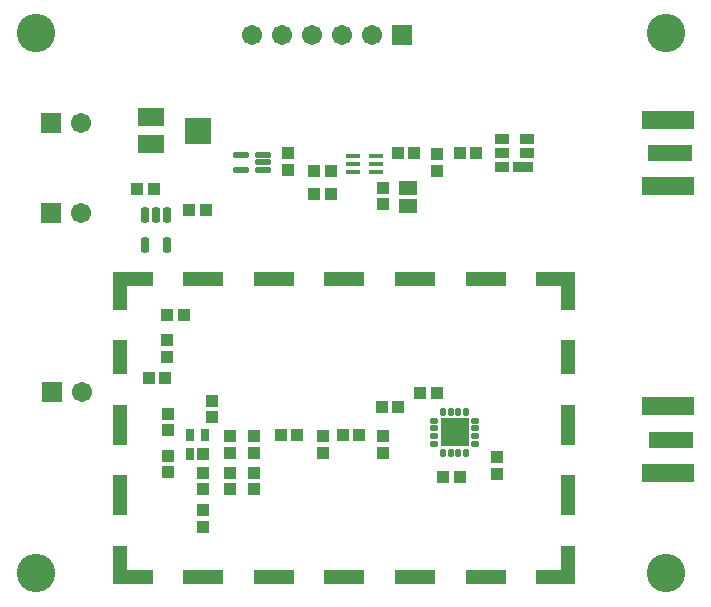
<source format=gbr>
%TF.GenerationSoftware,Altium Limited,Altium Designer,22.6.1 (34)*%
G04 Layer_Color=8388736*
%FSLAX26Y26*%
%MOIN*%
%TF.SameCoordinates,2B337168-DF0E-4336-AB3C-9C7F5D13073F*%
%TF.FilePolarity,Negative*%
%TF.FileFunction,Soldermask,Top*%
%TF.Part,Single*%
G01*
G75*
%TA.AperFunction,SMDPad,CuDef*%
%ADD45R,0.126110X0.047370*%
%ADD46R,0.047370X0.128079*%
%ADD47R,0.047370X0.137921*%
%ADD48R,0.047370X0.114299*%
%ADD49R,0.137921X0.047370*%
%ADD50R,0.096488X0.096488*%
G04:AMPARAMS|DCode=51|XSize=20.535mil|YSize=29.591mil|CornerRadius=6.134mil|HoleSize=0mil|Usage=FLASHONLY|Rotation=0.000|XOffset=0mil|YOffset=0mil|HoleType=Round|Shape=RoundedRectangle|*
%AMROUNDEDRECTD51*
21,1,0.020535,0.017323,0,0,0.0*
21,1,0.008268,0.029591,0,0,0.0*
1,1,0.012268,0.004134,-0.008662*
1,1,0.012268,-0.004134,-0.008662*
1,1,0.012268,-0.004134,0.008662*
1,1,0.012268,0.004134,0.008662*
%
%ADD51ROUNDEDRECTD51*%
G04:AMPARAMS|DCode=52|XSize=20.535mil|YSize=29.591mil|CornerRadius=6.134mil|HoleSize=0mil|Usage=FLASHONLY|Rotation=90.000|XOffset=0mil|YOffset=0mil|HoleType=Round|Shape=RoundedRectangle|*
%AMROUNDEDRECTD52*
21,1,0.020535,0.017323,0,0,90.0*
21,1,0.008268,0.029591,0,0,90.0*
1,1,0.012268,0.008662,0.004134*
1,1,0.012268,0.008662,-0.004134*
1,1,0.012268,-0.008662,-0.004134*
1,1,0.012268,-0.008662,0.004134*
%
%ADD52ROUNDEDRECTD52*%
%TA.AperFunction,ConnectorPad*%
%ADD53R,0.149732X0.058000*%
%ADD54R,0.173354X0.061150*%
%TA.AperFunction,SMDPad,CuDef*%
%ADD55R,0.043433X0.039496*%
%ADD56R,0.039496X0.043433*%
%ADD57R,0.031622X0.039496*%
%ADD58R,0.070929X0.035890*%
%ADD59R,0.045339X0.035890*%
G04:AMPARAMS|DCode=60|XSize=50.85mil|YSize=19.748mil|CornerRadius=3.969mil|HoleSize=0mil|Usage=FLASHONLY|Rotation=180.000|XOffset=0mil|YOffset=0mil|HoleType=Round|Shape=RoundedRectangle|*
%AMROUNDEDRECTD60*
21,1,0.050850,0.011811,0,0,180.0*
21,1,0.042913,0.019748,0,0,180.0*
1,1,0.007937,-0.021457,0.005906*
1,1,0.007937,0.021457,0.005906*
1,1,0.007937,0.021457,-0.005906*
1,1,0.007937,-0.021457,-0.005906*
%
%ADD60ROUNDEDRECTD60*%
%ADD61R,0.050110X0.017811*%
%ADD62R,0.063118X0.051307*%
G04:AMPARAMS|DCode=63|XSize=51.638mil|YSize=27.228mil|CornerRadius=7.807mil|HoleSize=0mil|Usage=FLASHONLY|Rotation=270.000|XOffset=0mil|YOffset=0mil|HoleType=Round|Shape=RoundedRectangle|*
%AMROUNDEDRECTD63*
21,1,0.051638,0.011614,0,0,270.0*
21,1,0.036024,0.027228,0,0,270.0*
1,1,0.015614,-0.005807,-0.018012*
1,1,0.015614,-0.005807,0.018012*
1,1,0.015614,0.005807,0.018012*
1,1,0.015614,0.005807,-0.018012*
%
%ADD63ROUNDEDRECTD63*%
%ADD64R,0.086740X0.059181*%
%ADD65R,0.086740X0.086740*%
%TA.AperFunction,ComponentPad*%
%ADD66R,0.067055X0.067055*%
%ADD67C,0.067055*%
%TA.AperFunction,WasherPad*%
%ADD68C,0.128000*%
D45*
X2830315Y887874D02*
D03*
Y1880000D02*
D03*
X1424803D02*
D03*
Y887874D02*
D03*
D46*
X2871654Y928228D02*
D03*
Y1839646D02*
D03*
X1379528D02*
D03*
Y928228D02*
D03*
D47*
X2871654Y1159528D02*
D03*
Y1395748D02*
D03*
X1379528D02*
D03*
Y1159528D02*
D03*
D48*
X2871654Y1620158D02*
D03*
X1379528D02*
D03*
D49*
X2600000Y1880000D02*
D03*
X2363780D02*
D03*
X2127559D02*
D03*
X1891339D02*
D03*
X1655118D02*
D03*
Y887874D02*
D03*
X1891339D02*
D03*
X2127559D02*
D03*
X2363780D02*
D03*
X2600000D02*
D03*
D50*
X2495000Y1370000D02*
D03*
D51*
X2456614Y1437913D02*
D03*
X2482205D02*
D03*
X2507795D02*
D03*
X2533386D02*
D03*
Y1302087D02*
D03*
X2507795D02*
D03*
X2482205D02*
D03*
X2456614D02*
D03*
D52*
X2562913Y1408386D02*
D03*
Y1382795D02*
D03*
Y1357205D02*
D03*
Y1331614D02*
D03*
X2427087D02*
D03*
Y1357205D02*
D03*
Y1382795D02*
D03*
Y1408386D02*
D03*
D53*
X3215000Y1345000D02*
D03*
X3212874Y2301220D02*
D03*
D54*
X3207126Y1233780D02*
D03*
Y1456220D02*
D03*
X3205000Y2190000D02*
D03*
Y2412441D02*
D03*
D55*
X1655000Y1235000D02*
D03*
Y1179882D02*
D03*
X1540000Y1292559D02*
D03*
Y1237441D02*
D03*
Y1432559D02*
D03*
Y1377441D02*
D03*
X1655000Y1110118D02*
D03*
Y1055000D02*
D03*
X1535000Y1622441D02*
D03*
Y1677559D02*
D03*
X1657803Y1296494D02*
D03*
X1685000Y1475000D02*
D03*
Y1419882D02*
D03*
X1745000Y1235000D02*
D03*
Y1179882D02*
D03*
X1745000Y1357559D02*
D03*
Y1302441D02*
D03*
X1825000Y1357559D02*
D03*
Y1302441D02*
D03*
X2255000Y1357559D02*
D03*
Y1302441D02*
D03*
X2635000Y1232441D02*
D03*
Y1287559D02*
D03*
X1825000Y1235118D02*
D03*
Y1180000D02*
D03*
X2055000Y1357559D02*
D03*
Y1302441D02*
D03*
X1940000Y2300000D02*
D03*
Y2244882D02*
D03*
X2255000Y2129882D02*
D03*
Y2185000D02*
D03*
X2435000Y2242441D02*
D03*
Y2297559D02*
D03*
D56*
X1530000Y1550000D02*
D03*
X1474882D02*
D03*
X1537441Y1760000D02*
D03*
X1592559D02*
D03*
X1915000Y1360000D02*
D03*
X1970118D02*
D03*
X2307559Y1455000D02*
D03*
X2252441D02*
D03*
X2512559Y1220000D02*
D03*
X2457441D02*
D03*
X2379882Y1500000D02*
D03*
X2435000D02*
D03*
X2177559Y1360000D02*
D03*
X2122441D02*
D03*
X2567559Y2300000D02*
D03*
X2512441D02*
D03*
X2027441Y2165000D02*
D03*
X2082559D02*
D03*
X2082559Y2240000D02*
D03*
X2027441D02*
D03*
X1492559Y2180000D02*
D03*
X1437441D02*
D03*
X2360118Y2300000D02*
D03*
X2305000D02*
D03*
X1665118Y2110000D02*
D03*
X1610000D02*
D03*
D57*
X1612527Y1359486D02*
D03*
X1663709D02*
D03*
X1612527Y1296494D02*
D03*
D58*
X2724528Y2252953D02*
D03*
D59*
X2737323Y2300000D02*
D03*
Y2347047D02*
D03*
X2652677D02*
D03*
Y2300000D02*
D03*
Y2252953D02*
D03*
D60*
X1857795Y2244409D02*
D03*
Y2270000D02*
D03*
Y2295591D02*
D03*
X1782205D02*
D03*
Y2244409D02*
D03*
D61*
X2156811Y2290591D02*
D03*
Y2265000D02*
D03*
Y2239409D02*
D03*
X2233189D02*
D03*
Y2265000D02*
D03*
Y2290591D02*
D03*
D62*
X2340000Y2184528D02*
D03*
Y2125472D02*
D03*
D63*
X1537402Y1995591D02*
D03*
X1462598D02*
D03*
Y2094409D02*
D03*
X1500000D02*
D03*
X1537402D02*
D03*
D64*
X1481260Y2329724D02*
D03*
Y2420276D02*
D03*
D65*
X1638740Y2375000D02*
D03*
D66*
X1152450Y1505000D02*
D03*
X2320000Y2695000D02*
D03*
X1150000Y2100000D02*
D03*
Y2400000D02*
D03*
D67*
X1252450Y1505000D02*
D03*
X2220000Y2695000D02*
D03*
X2120000D02*
D03*
X2020000D02*
D03*
X1920000D02*
D03*
X1820000D02*
D03*
X1250000Y2100000D02*
D03*
Y2400000D02*
D03*
D68*
X1100000Y2700000D02*
D03*
Y900000D02*
D03*
X3200000D02*
D03*
Y2700000D02*
D03*
%TF.MD5,2234ba38f0b0e7f771dad0ce51818433*%
M02*

</source>
